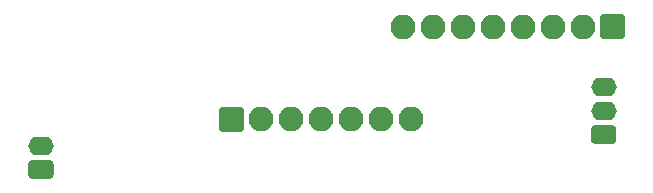
<source format=gbr>
G04 #@! TF.GenerationSoftware,KiCad,Pcbnew,(5.1.9-0-10_14)*
G04 #@! TF.CreationDate,2021-02-25T23:37:31+01:00*
G04 #@! TF.ProjectId,QUino-Dogbox,5155696e-6f2d-4446-9f67-626f782e6b69,C*
G04 #@! TF.SameCoordinates,Original*
G04 #@! TF.FileFunction,Soldermask,Bot*
G04 #@! TF.FilePolarity,Negative*
%FSLAX46Y46*%
G04 Gerber Fmt 4.6, Leading zero omitted, Abs format (unit mm)*
G04 Created by KiCad (PCBNEW (5.1.9-0-10_14)) date 2021-02-25 23:37:31*
%MOMM*%
%LPD*%
G01*
G04 APERTURE LIST*
%ADD10O,2.100000X2.100000*%
%ADD11O,2.150000X1.600000*%
G04 APERTURE END LIST*
D10*
X140106400Y-96202500D03*
X137566400Y-96202500D03*
X135026400Y-96202500D03*
X132486400Y-96202500D03*
X129946400Y-96202500D03*
X127406400Y-96202500D03*
G36*
G01*
X124016400Y-95152500D02*
X125716400Y-95152500D01*
G75*
G02*
X125916400Y-95352500I0J-200000D01*
G01*
X125916400Y-97052500D01*
G75*
G02*
X125716400Y-97252500I-200000J0D01*
G01*
X124016400Y-97252500D01*
G75*
G02*
X123816400Y-97052500I0J200000D01*
G01*
X123816400Y-95352500D01*
G75*
G02*
X124016400Y-95152500I200000J0D01*
G01*
G37*
D11*
X108737400Y-98457000D03*
G36*
G01*
X109479068Y-101257000D02*
X107995732Y-101257000D01*
G75*
G02*
X107662400Y-100923668I0J333332D01*
G01*
X107662400Y-99990332D01*
G75*
G02*
X107995732Y-99657000I333332J0D01*
G01*
X109479068Y-99657000D01*
G75*
G02*
X109812400Y-99990332I0J-333332D01*
G01*
X109812400Y-100923668D01*
G75*
G02*
X109479068Y-101257000I-333332J0D01*
G01*
G37*
G36*
G01*
X157987100Y-89416600D02*
X156287100Y-89416600D01*
G75*
G02*
X156087100Y-89216600I0J200000D01*
G01*
X156087100Y-87516600D01*
G75*
G02*
X156287100Y-87316600I200000J0D01*
G01*
X157987100Y-87316600D01*
G75*
G02*
X158187100Y-87516600I0J-200000D01*
G01*
X158187100Y-89216600D01*
G75*
G02*
X157987100Y-89416600I-200000J0D01*
G01*
G37*
D10*
X154597100Y-88366600D03*
X152057100Y-88366600D03*
X149517100Y-88366600D03*
X146977100Y-88366600D03*
X144437100Y-88366600D03*
X141897100Y-88366600D03*
X139357100Y-88366600D03*
G36*
G01*
X157116768Y-98297900D02*
X155633432Y-98297900D01*
G75*
G02*
X155300100Y-97964568I0J333332D01*
G01*
X155300100Y-97031232D01*
G75*
G02*
X155633432Y-96697900I333332J0D01*
G01*
X157116768Y-96697900D01*
G75*
G02*
X157450100Y-97031232I0J-333332D01*
G01*
X157450100Y-97964568D01*
G75*
G02*
X157116768Y-98297900I-333332J0D01*
G01*
G37*
D11*
X156375100Y-95497900D03*
X156375100Y-93497900D03*
M02*

</source>
